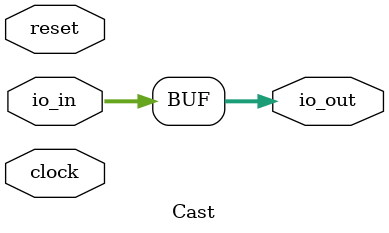
<source format=sv>
module Cast(
  input        clock,
               reset,
  input  [7:0] io_in,
  output [7:0] io_out
);

  assign io_out = io_in;
endmodule


</source>
